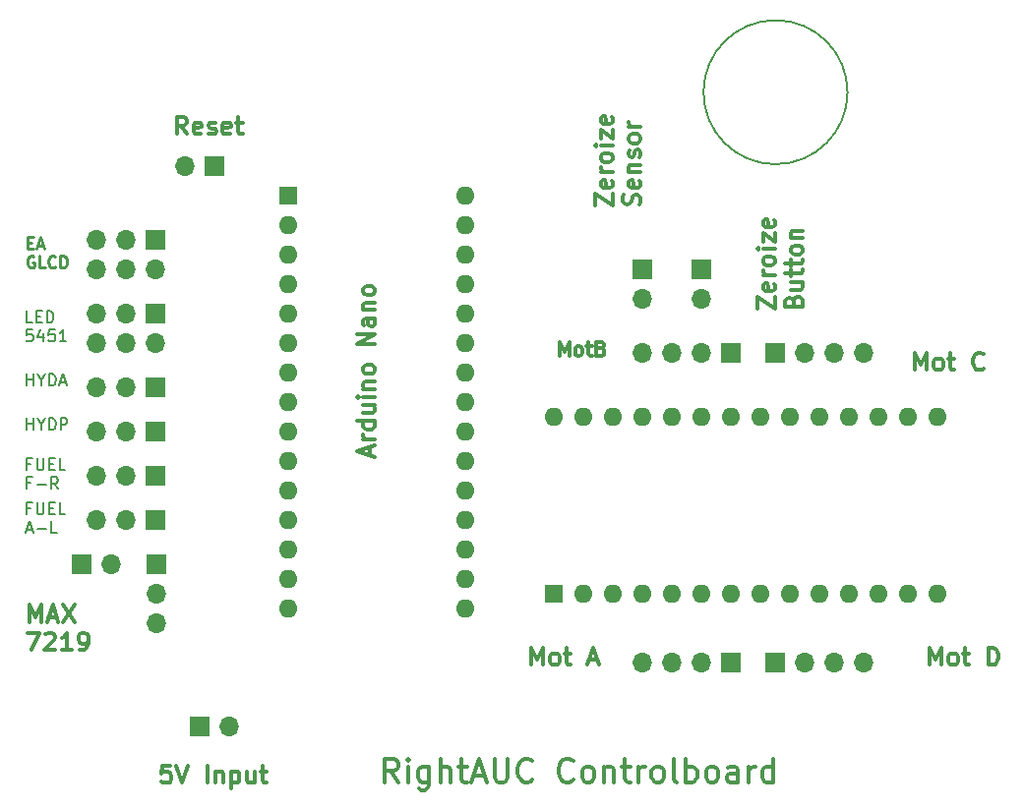
<source format=gbr>
%TF.GenerationSoftware,KiCad,Pcbnew,7.0.5-7.0.5~ubuntu20.04.1*%
%TF.CreationDate,2023-06-15T16:21:27+02:00*%
%TF.ProjectId,nanoRIghtAux,6e616e6f-5249-4676-9874-4175782e6b69,rev?*%
%TF.SameCoordinates,Original*%
%TF.FileFunction,Copper,L1,Top*%
%TF.FilePolarity,Positive*%
%FSLAX46Y46*%
G04 Gerber Fmt 4.6, Leading zero omitted, Abs format (unit mm)*
G04 Created by KiCad (PCBNEW 7.0.5-7.0.5~ubuntu20.04.1) date 2023-06-15 16:21:27*
%MOMM*%
%LPD*%
G01*
G04 APERTURE LIST*
%TA.AperFunction,NonConductor*%
%ADD10C,0.200000*%
%TD*%
%ADD11C,0.300000*%
%TA.AperFunction,NonConductor*%
%ADD12C,0.300000*%
%TD*%
%ADD13C,0.150000*%
%TA.AperFunction,NonConductor*%
%ADD14C,0.150000*%
%TD*%
%ADD15C,0.250000*%
%TA.AperFunction,NonConductor*%
%ADD16C,0.250000*%
%TD*%
%TA.AperFunction,ComponentPad*%
%ADD17R,1.700000X1.700000*%
%TD*%
%TA.AperFunction,ComponentPad*%
%ADD18O,1.700000X1.700000*%
%TD*%
%TA.AperFunction,ComponentPad*%
%ADD19R,1.600000X1.600000*%
%TD*%
%TA.AperFunction,ComponentPad*%
%ADD20O,1.600000X1.600000*%
%TD*%
G04 APERTURE END LIST*
D10*
X206860000Y-68580000D02*
G75*
G03*
X206860000Y-68580000I-6200000J0D01*
G01*
D11*
D12*
X179624510Y-117910828D02*
X179624510Y-116410828D01*
X179624510Y-116410828D02*
X180124510Y-117482257D01*
X180124510Y-117482257D02*
X180624510Y-116410828D01*
X180624510Y-116410828D02*
X180624510Y-117910828D01*
X181553082Y-117910828D02*
X181410225Y-117839400D01*
X181410225Y-117839400D02*
X181338796Y-117767971D01*
X181338796Y-117767971D02*
X181267368Y-117625114D01*
X181267368Y-117625114D02*
X181267368Y-117196542D01*
X181267368Y-117196542D02*
X181338796Y-117053685D01*
X181338796Y-117053685D02*
X181410225Y-116982257D01*
X181410225Y-116982257D02*
X181553082Y-116910828D01*
X181553082Y-116910828D02*
X181767368Y-116910828D01*
X181767368Y-116910828D02*
X181910225Y-116982257D01*
X181910225Y-116982257D02*
X181981654Y-117053685D01*
X181981654Y-117053685D02*
X182053082Y-117196542D01*
X182053082Y-117196542D02*
X182053082Y-117625114D01*
X182053082Y-117625114D02*
X181981654Y-117767971D01*
X181981654Y-117767971D02*
X181910225Y-117839400D01*
X181910225Y-117839400D02*
X181767368Y-117910828D01*
X181767368Y-117910828D02*
X181553082Y-117910828D01*
X182481654Y-116910828D02*
X183053082Y-116910828D01*
X182695939Y-116410828D02*
X182695939Y-117696542D01*
X182695939Y-117696542D02*
X182767368Y-117839400D01*
X182767368Y-117839400D02*
X182910225Y-117910828D01*
X182910225Y-117910828D02*
X183053082Y-117910828D01*
X184624511Y-117482257D02*
X185338797Y-117482257D01*
X184481654Y-117910828D02*
X184981654Y-116410828D01*
X184981654Y-116410828D02*
X185481654Y-117910828D01*
D11*
D12*
X213914510Y-117910828D02*
X213914510Y-116410828D01*
X213914510Y-116410828D02*
X214414510Y-117482257D01*
X214414510Y-117482257D02*
X214914510Y-116410828D01*
X214914510Y-116410828D02*
X214914510Y-117910828D01*
X215843082Y-117910828D02*
X215700225Y-117839400D01*
X215700225Y-117839400D02*
X215628796Y-117767971D01*
X215628796Y-117767971D02*
X215557368Y-117625114D01*
X215557368Y-117625114D02*
X215557368Y-117196542D01*
X215557368Y-117196542D02*
X215628796Y-117053685D01*
X215628796Y-117053685D02*
X215700225Y-116982257D01*
X215700225Y-116982257D02*
X215843082Y-116910828D01*
X215843082Y-116910828D02*
X216057368Y-116910828D01*
X216057368Y-116910828D02*
X216200225Y-116982257D01*
X216200225Y-116982257D02*
X216271654Y-117053685D01*
X216271654Y-117053685D02*
X216343082Y-117196542D01*
X216343082Y-117196542D02*
X216343082Y-117625114D01*
X216343082Y-117625114D02*
X216271654Y-117767971D01*
X216271654Y-117767971D02*
X216200225Y-117839400D01*
X216200225Y-117839400D02*
X216057368Y-117910828D01*
X216057368Y-117910828D02*
X215843082Y-117910828D01*
X216771654Y-116910828D02*
X217343082Y-116910828D01*
X216985939Y-116410828D02*
X216985939Y-117696542D01*
X216985939Y-117696542D02*
X217057368Y-117839400D01*
X217057368Y-117839400D02*
X217200225Y-117910828D01*
X217200225Y-117910828D02*
X217343082Y-117910828D01*
X218985939Y-117910828D02*
X218985939Y-116410828D01*
X218985939Y-116410828D02*
X219343082Y-116410828D01*
X219343082Y-116410828D02*
X219557368Y-116482257D01*
X219557368Y-116482257D02*
X219700225Y-116625114D01*
X219700225Y-116625114D02*
X219771654Y-116767971D01*
X219771654Y-116767971D02*
X219843082Y-117053685D01*
X219843082Y-117053685D02*
X219843082Y-117267971D01*
X219843082Y-117267971D02*
X219771654Y-117553685D01*
X219771654Y-117553685D02*
X219700225Y-117696542D01*
X219700225Y-117696542D02*
X219557368Y-117839400D01*
X219557368Y-117839400D02*
X219343082Y-117910828D01*
X219343082Y-117910828D02*
X218985939Y-117910828D01*
D11*
D12*
X212644510Y-92510828D02*
X212644510Y-91010828D01*
X212644510Y-91010828D02*
X213144510Y-92082257D01*
X213144510Y-92082257D02*
X213644510Y-91010828D01*
X213644510Y-91010828D02*
X213644510Y-92510828D01*
X214573082Y-92510828D02*
X214430225Y-92439400D01*
X214430225Y-92439400D02*
X214358796Y-92367971D01*
X214358796Y-92367971D02*
X214287368Y-92225114D01*
X214287368Y-92225114D02*
X214287368Y-91796542D01*
X214287368Y-91796542D02*
X214358796Y-91653685D01*
X214358796Y-91653685D02*
X214430225Y-91582257D01*
X214430225Y-91582257D02*
X214573082Y-91510828D01*
X214573082Y-91510828D02*
X214787368Y-91510828D01*
X214787368Y-91510828D02*
X214930225Y-91582257D01*
X214930225Y-91582257D02*
X215001654Y-91653685D01*
X215001654Y-91653685D02*
X215073082Y-91796542D01*
X215073082Y-91796542D02*
X215073082Y-92225114D01*
X215073082Y-92225114D02*
X215001654Y-92367971D01*
X215001654Y-92367971D02*
X214930225Y-92439400D01*
X214930225Y-92439400D02*
X214787368Y-92510828D01*
X214787368Y-92510828D02*
X214573082Y-92510828D01*
X215501654Y-91510828D02*
X216073082Y-91510828D01*
X215715939Y-91010828D02*
X215715939Y-92296542D01*
X215715939Y-92296542D02*
X215787368Y-92439400D01*
X215787368Y-92439400D02*
X215930225Y-92510828D01*
X215930225Y-92510828D02*
X216073082Y-92510828D01*
X218573082Y-92367971D02*
X218501654Y-92439400D01*
X218501654Y-92439400D02*
X218287368Y-92510828D01*
X218287368Y-92510828D02*
X218144511Y-92510828D01*
X218144511Y-92510828D02*
X217930225Y-92439400D01*
X217930225Y-92439400D02*
X217787368Y-92296542D01*
X217787368Y-92296542D02*
X217715939Y-92153685D01*
X217715939Y-92153685D02*
X217644511Y-91867971D01*
X217644511Y-91867971D02*
X217644511Y-91653685D01*
X217644511Y-91653685D02*
X217715939Y-91367971D01*
X217715939Y-91367971D02*
X217787368Y-91225114D01*
X217787368Y-91225114D02*
X217930225Y-91082257D01*
X217930225Y-91082257D02*
X218144511Y-91010828D01*
X218144511Y-91010828D02*
X218287368Y-91010828D01*
X218287368Y-91010828D02*
X218501654Y-91082257D01*
X218501654Y-91082257D02*
X218573082Y-91153685D01*
D11*
D12*
X182093082Y-91277542D02*
X182093082Y-90077542D01*
X182093082Y-90077542D02*
X182493082Y-90934685D01*
X182493082Y-90934685D02*
X182893082Y-90077542D01*
X182893082Y-90077542D02*
X182893082Y-91277542D01*
X183635939Y-91277542D02*
X183521654Y-91220400D01*
X183521654Y-91220400D02*
X183464511Y-91163257D01*
X183464511Y-91163257D02*
X183407368Y-91048971D01*
X183407368Y-91048971D02*
X183407368Y-90706114D01*
X183407368Y-90706114D02*
X183464511Y-90591828D01*
X183464511Y-90591828D02*
X183521654Y-90534685D01*
X183521654Y-90534685D02*
X183635939Y-90477542D01*
X183635939Y-90477542D02*
X183807368Y-90477542D01*
X183807368Y-90477542D02*
X183921654Y-90534685D01*
X183921654Y-90534685D02*
X183978797Y-90591828D01*
X183978797Y-90591828D02*
X184035939Y-90706114D01*
X184035939Y-90706114D02*
X184035939Y-91048971D01*
X184035939Y-91048971D02*
X183978797Y-91163257D01*
X183978797Y-91163257D02*
X183921654Y-91220400D01*
X183921654Y-91220400D02*
X183807368Y-91277542D01*
X183807368Y-91277542D02*
X183635939Y-91277542D01*
X184378796Y-90477542D02*
X184835939Y-90477542D01*
X184550225Y-90077542D02*
X184550225Y-91106114D01*
X184550225Y-91106114D02*
X184607368Y-91220400D01*
X184607368Y-91220400D02*
X184721653Y-91277542D01*
X184721653Y-91277542D02*
X184835939Y-91277542D01*
X185635939Y-90648971D02*
X185807367Y-90706114D01*
X185807367Y-90706114D02*
X185864510Y-90763257D01*
X185864510Y-90763257D02*
X185921653Y-90877542D01*
X185921653Y-90877542D02*
X185921653Y-91048971D01*
X185921653Y-91048971D02*
X185864510Y-91163257D01*
X185864510Y-91163257D02*
X185807367Y-91220400D01*
X185807367Y-91220400D02*
X185693082Y-91277542D01*
X185693082Y-91277542D02*
X185235939Y-91277542D01*
X185235939Y-91277542D02*
X185235939Y-90077542D01*
X185235939Y-90077542D02*
X185635939Y-90077542D01*
X185635939Y-90077542D02*
X185750225Y-90134685D01*
X185750225Y-90134685D02*
X185807367Y-90191828D01*
X185807367Y-90191828D02*
X185864510Y-90306114D01*
X185864510Y-90306114D02*
X185864510Y-90420400D01*
X185864510Y-90420400D02*
X185807367Y-90534685D01*
X185807367Y-90534685D02*
X185750225Y-90591828D01*
X185750225Y-90591828D02*
X185635939Y-90648971D01*
X185635939Y-90648971D02*
X185235939Y-90648971D01*
D11*
D12*
X199085828Y-87218346D02*
X199085828Y-86218346D01*
X199085828Y-86218346D02*
X200585828Y-87218346D01*
X200585828Y-87218346D02*
X200585828Y-86218346D01*
X200514400Y-85075489D02*
X200585828Y-85218346D01*
X200585828Y-85218346D02*
X200585828Y-85504061D01*
X200585828Y-85504061D02*
X200514400Y-85646918D01*
X200514400Y-85646918D02*
X200371542Y-85718346D01*
X200371542Y-85718346D02*
X199800114Y-85718346D01*
X199800114Y-85718346D02*
X199657257Y-85646918D01*
X199657257Y-85646918D02*
X199585828Y-85504061D01*
X199585828Y-85504061D02*
X199585828Y-85218346D01*
X199585828Y-85218346D02*
X199657257Y-85075489D01*
X199657257Y-85075489D02*
X199800114Y-85004061D01*
X199800114Y-85004061D02*
X199942971Y-85004061D01*
X199942971Y-85004061D02*
X200085828Y-85718346D01*
X200585828Y-84361204D02*
X199585828Y-84361204D01*
X199871542Y-84361204D02*
X199728685Y-84289775D01*
X199728685Y-84289775D02*
X199657257Y-84218347D01*
X199657257Y-84218347D02*
X199585828Y-84075489D01*
X199585828Y-84075489D02*
X199585828Y-83932632D01*
X200585828Y-83218347D02*
X200514400Y-83361204D01*
X200514400Y-83361204D02*
X200442971Y-83432633D01*
X200442971Y-83432633D02*
X200300114Y-83504061D01*
X200300114Y-83504061D02*
X199871542Y-83504061D01*
X199871542Y-83504061D02*
X199728685Y-83432633D01*
X199728685Y-83432633D02*
X199657257Y-83361204D01*
X199657257Y-83361204D02*
X199585828Y-83218347D01*
X199585828Y-83218347D02*
X199585828Y-83004061D01*
X199585828Y-83004061D02*
X199657257Y-82861204D01*
X199657257Y-82861204D02*
X199728685Y-82789776D01*
X199728685Y-82789776D02*
X199871542Y-82718347D01*
X199871542Y-82718347D02*
X200300114Y-82718347D01*
X200300114Y-82718347D02*
X200442971Y-82789776D01*
X200442971Y-82789776D02*
X200514400Y-82861204D01*
X200514400Y-82861204D02*
X200585828Y-83004061D01*
X200585828Y-83004061D02*
X200585828Y-83218347D01*
X200585828Y-82075490D02*
X199585828Y-82075490D01*
X199085828Y-82075490D02*
X199157257Y-82146918D01*
X199157257Y-82146918D02*
X199228685Y-82075490D01*
X199228685Y-82075490D02*
X199157257Y-82004061D01*
X199157257Y-82004061D02*
X199085828Y-82075490D01*
X199085828Y-82075490D02*
X199228685Y-82075490D01*
X199585828Y-81504061D02*
X199585828Y-80718347D01*
X199585828Y-80718347D02*
X200585828Y-81504061D01*
X200585828Y-81504061D02*
X200585828Y-80718347D01*
X200514400Y-79575489D02*
X200585828Y-79718346D01*
X200585828Y-79718346D02*
X200585828Y-80004061D01*
X200585828Y-80004061D02*
X200514400Y-80146918D01*
X200514400Y-80146918D02*
X200371542Y-80218346D01*
X200371542Y-80218346D02*
X199800114Y-80218346D01*
X199800114Y-80218346D02*
X199657257Y-80146918D01*
X199657257Y-80146918D02*
X199585828Y-80004061D01*
X199585828Y-80004061D02*
X199585828Y-79718346D01*
X199585828Y-79718346D02*
X199657257Y-79575489D01*
X199657257Y-79575489D02*
X199800114Y-79504061D01*
X199800114Y-79504061D02*
X199942971Y-79504061D01*
X199942971Y-79504061D02*
X200085828Y-80218346D01*
X202215114Y-86575489D02*
X202286542Y-86361203D01*
X202286542Y-86361203D02*
X202357971Y-86289774D01*
X202357971Y-86289774D02*
X202500828Y-86218346D01*
X202500828Y-86218346D02*
X202715114Y-86218346D01*
X202715114Y-86218346D02*
X202857971Y-86289774D01*
X202857971Y-86289774D02*
X202929400Y-86361203D01*
X202929400Y-86361203D02*
X203000828Y-86504060D01*
X203000828Y-86504060D02*
X203000828Y-87075489D01*
X203000828Y-87075489D02*
X201500828Y-87075489D01*
X201500828Y-87075489D02*
X201500828Y-86575489D01*
X201500828Y-86575489D02*
X201572257Y-86432632D01*
X201572257Y-86432632D02*
X201643685Y-86361203D01*
X201643685Y-86361203D02*
X201786542Y-86289774D01*
X201786542Y-86289774D02*
X201929400Y-86289774D01*
X201929400Y-86289774D02*
X202072257Y-86361203D01*
X202072257Y-86361203D02*
X202143685Y-86432632D01*
X202143685Y-86432632D02*
X202215114Y-86575489D01*
X202215114Y-86575489D02*
X202215114Y-87075489D01*
X202000828Y-84932632D02*
X203000828Y-84932632D01*
X202000828Y-85575489D02*
X202786542Y-85575489D01*
X202786542Y-85575489D02*
X202929400Y-85504060D01*
X202929400Y-85504060D02*
X203000828Y-85361203D01*
X203000828Y-85361203D02*
X203000828Y-85146917D01*
X203000828Y-85146917D02*
X202929400Y-85004060D01*
X202929400Y-85004060D02*
X202857971Y-84932632D01*
X202000828Y-84432631D02*
X202000828Y-83861203D01*
X201500828Y-84218346D02*
X202786542Y-84218346D01*
X202786542Y-84218346D02*
X202929400Y-84146917D01*
X202929400Y-84146917D02*
X203000828Y-84004060D01*
X203000828Y-84004060D02*
X203000828Y-83861203D01*
X202000828Y-83575488D02*
X202000828Y-83004060D01*
X201500828Y-83361203D02*
X202786542Y-83361203D01*
X202786542Y-83361203D02*
X202929400Y-83289774D01*
X202929400Y-83289774D02*
X203000828Y-83146917D01*
X203000828Y-83146917D02*
X203000828Y-83004060D01*
X203000828Y-82289774D02*
X202929400Y-82432631D01*
X202929400Y-82432631D02*
X202857971Y-82504060D01*
X202857971Y-82504060D02*
X202715114Y-82575488D01*
X202715114Y-82575488D02*
X202286542Y-82575488D01*
X202286542Y-82575488D02*
X202143685Y-82504060D01*
X202143685Y-82504060D02*
X202072257Y-82432631D01*
X202072257Y-82432631D02*
X202000828Y-82289774D01*
X202000828Y-82289774D02*
X202000828Y-82075488D01*
X202000828Y-82075488D02*
X202072257Y-81932631D01*
X202072257Y-81932631D02*
X202143685Y-81861203D01*
X202143685Y-81861203D02*
X202286542Y-81789774D01*
X202286542Y-81789774D02*
X202715114Y-81789774D01*
X202715114Y-81789774D02*
X202857971Y-81861203D01*
X202857971Y-81861203D02*
X202929400Y-81932631D01*
X202929400Y-81932631D02*
X203000828Y-82075488D01*
X203000828Y-82075488D02*
X203000828Y-82289774D01*
X202000828Y-81146917D02*
X203000828Y-81146917D01*
X202143685Y-81146917D02*
X202072257Y-81075488D01*
X202072257Y-81075488D02*
X202000828Y-80932631D01*
X202000828Y-80932631D02*
X202000828Y-80718345D01*
X202000828Y-80718345D02*
X202072257Y-80575488D01*
X202072257Y-80575488D02*
X202215114Y-80504060D01*
X202215114Y-80504060D02*
X203000828Y-80504060D01*
D11*
D12*
X185115828Y-78328346D02*
X185115828Y-77328346D01*
X185115828Y-77328346D02*
X186615828Y-78328346D01*
X186615828Y-78328346D02*
X186615828Y-77328346D01*
X186544400Y-76185489D02*
X186615828Y-76328346D01*
X186615828Y-76328346D02*
X186615828Y-76614061D01*
X186615828Y-76614061D02*
X186544400Y-76756918D01*
X186544400Y-76756918D02*
X186401542Y-76828346D01*
X186401542Y-76828346D02*
X185830114Y-76828346D01*
X185830114Y-76828346D02*
X185687257Y-76756918D01*
X185687257Y-76756918D02*
X185615828Y-76614061D01*
X185615828Y-76614061D02*
X185615828Y-76328346D01*
X185615828Y-76328346D02*
X185687257Y-76185489D01*
X185687257Y-76185489D02*
X185830114Y-76114061D01*
X185830114Y-76114061D02*
X185972971Y-76114061D01*
X185972971Y-76114061D02*
X186115828Y-76828346D01*
X186615828Y-75471204D02*
X185615828Y-75471204D01*
X185901542Y-75471204D02*
X185758685Y-75399775D01*
X185758685Y-75399775D02*
X185687257Y-75328347D01*
X185687257Y-75328347D02*
X185615828Y-75185489D01*
X185615828Y-75185489D02*
X185615828Y-75042632D01*
X186615828Y-74328347D02*
X186544400Y-74471204D01*
X186544400Y-74471204D02*
X186472971Y-74542633D01*
X186472971Y-74542633D02*
X186330114Y-74614061D01*
X186330114Y-74614061D02*
X185901542Y-74614061D01*
X185901542Y-74614061D02*
X185758685Y-74542633D01*
X185758685Y-74542633D02*
X185687257Y-74471204D01*
X185687257Y-74471204D02*
X185615828Y-74328347D01*
X185615828Y-74328347D02*
X185615828Y-74114061D01*
X185615828Y-74114061D02*
X185687257Y-73971204D01*
X185687257Y-73971204D02*
X185758685Y-73899776D01*
X185758685Y-73899776D02*
X185901542Y-73828347D01*
X185901542Y-73828347D02*
X186330114Y-73828347D01*
X186330114Y-73828347D02*
X186472971Y-73899776D01*
X186472971Y-73899776D02*
X186544400Y-73971204D01*
X186544400Y-73971204D02*
X186615828Y-74114061D01*
X186615828Y-74114061D02*
X186615828Y-74328347D01*
X186615828Y-73185490D02*
X185615828Y-73185490D01*
X185115828Y-73185490D02*
X185187257Y-73256918D01*
X185187257Y-73256918D02*
X185258685Y-73185490D01*
X185258685Y-73185490D02*
X185187257Y-73114061D01*
X185187257Y-73114061D02*
X185115828Y-73185490D01*
X185115828Y-73185490D02*
X185258685Y-73185490D01*
X185615828Y-72614061D02*
X185615828Y-71828347D01*
X185615828Y-71828347D02*
X186615828Y-72614061D01*
X186615828Y-72614061D02*
X186615828Y-71828347D01*
X186544400Y-70685489D02*
X186615828Y-70828346D01*
X186615828Y-70828346D02*
X186615828Y-71114061D01*
X186615828Y-71114061D02*
X186544400Y-71256918D01*
X186544400Y-71256918D02*
X186401542Y-71328346D01*
X186401542Y-71328346D02*
X185830114Y-71328346D01*
X185830114Y-71328346D02*
X185687257Y-71256918D01*
X185687257Y-71256918D02*
X185615828Y-71114061D01*
X185615828Y-71114061D02*
X185615828Y-70828346D01*
X185615828Y-70828346D02*
X185687257Y-70685489D01*
X185687257Y-70685489D02*
X185830114Y-70614061D01*
X185830114Y-70614061D02*
X185972971Y-70614061D01*
X185972971Y-70614061D02*
X186115828Y-71328346D01*
X188959400Y-78256917D02*
X189030828Y-78042632D01*
X189030828Y-78042632D02*
X189030828Y-77685489D01*
X189030828Y-77685489D02*
X188959400Y-77542632D01*
X188959400Y-77542632D02*
X188887971Y-77471203D01*
X188887971Y-77471203D02*
X188745114Y-77399774D01*
X188745114Y-77399774D02*
X188602257Y-77399774D01*
X188602257Y-77399774D02*
X188459400Y-77471203D01*
X188459400Y-77471203D02*
X188387971Y-77542632D01*
X188387971Y-77542632D02*
X188316542Y-77685489D01*
X188316542Y-77685489D02*
X188245114Y-77971203D01*
X188245114Y-77971203D02*
X188173685Y-78114060D01*
X188173685Y-78114060D02*
X188102257Y-78185489D01*
X188102257Y-78185489D02*
X187959400Y-78256917D01*
X187959400Y-78256917D02*
X187816542Y-78256917D01*
X187816542Y-78256917D02*
X187673685Y-78185489D01*
X187673685Y-78185489D02*
X187602257Y-78114060D01*
X187602257Y-78114060D02*
X187530828Y-77971203D01*
X187530828Y-77971203D02*
X187530828Y-77614060D01*
X187530828Y-77614060D02*
X187602257Y-77399774D01*
X188959400Y-76185489D02*
X189030828Y-76328346D01*
X189030828Y-76328346D02*
X189030828Y-76614061D01*
X189030828Y-76614061D02*
X188959400Y-76756918D01*
X188959400Y-76756918D02*
X188816542Y-76828346D01*
X188816542Y-76828346D02*
X188245114Y-76828346D01*
X188245114Y-76828346D02*
X188102257Y-76756918D01*
X188102257Y-76756918D02*
X188030828Y-76614061D01*
X188030828Y-76614061D02*
X188030828Y-76328346D01*
X188030828Y-76328346D02*
X188102257Y-76185489D01*
X188102257Y-76185489D02*
X188245114Y-76114061D01*
X188245114Y-76114061D02*
X188387971Y-76114061D01*
X188387971Y-76114061D02*
X188530828Y-76828346D01*
X188030828Y-75471204D02*
X189030828Y-75471204D01*
X188173685Y-75471204D02*
X188102257Y-75399775D01*
X188102257Y-75399775D02*
X188030828Y-75256918D01*
X188030828Y-75256918D02*
X188030828Y-75042632D01*
X188030828Y-75042632D02*
X188102257Y-74899775D01*
X188102257Y-74899775D02*
X188245114Y-74828347D01*
X188245114Y-74828347D02*
X189030828Y-74828347D01*
X188959400Y-74185489D02*
X189030828Y-74042632D01*
X189030828Y-74042632D02*
X189030828Y-73756918D01*
X189030828Y-73756918D02*
X188959400Y-73614061D01*
X188959400Y-73614061D02*
X188816542Y-73542632D01*
X188816542Y-73542632D02*
X188745114Y-73542632D01*
X188745114Y-73542632D02*
X188602257Y-73614061D01*
X188602257Y-73614061D02*
X188530828Y-73756918D01*
X188530828Y-73756918D02*
X188530828Y-73971204D01*
X188530828Y-73971204D02*
X188459400Y-74114061D01*
X188459400Y-74114061D02*
X188316542Y-74185489D01*
X188316542Y-74185489D02*
X188245114Y-74185489D01*
X188245114Y-74185489D02*
X188102257Y-74114061D01*
X188102257Y-74114061D02*
X188030828Y-73971204D01*
X188030828Y-73971204D02*
X188030828Y-73756918D01*
X188030828Y-73756918D02*
X188102257Y-73614061D01*
X189030828Y-72685489D02*
X188959400Y-72828346D01*
X188959400Y-72828346D02*
X188887971Y-72899775D01*
X188887971Y-72899775D02*
X188745114Y-72971203D01*
X188745114Y-72971203D02*
X188316542Y-72971203D01*
X188316542Y-72971203D02*
X188173685Y-72899775D01*
X188173685Y-72899775D02*
X188102257Y-72828346D01*
X188102257Y-72828346D02*
X188030828Y-72685489D01*
X188030828Y-72685489D02*
X188030828Y-72471203D01*
X188030828Y-72471203D02*
X188102257Y-72328346D01*
X188102257Y-72328346D02*
X188173685Y-72256918D01*
X188173685Y-72256918D02*
X188316542Y-72185489D01*
X188316542Y-72185489D02*
X188745114Y-72185489D01*
X188745114Y-72185489D02*
X188887971Y-72256918D01*
X188887971Y-72256918D02*
X188959400Y-72328346D01*
X188959400Y-72328346D02*
X189030828Y-72471203D01*
X189030828Y-72471203D02*
X189030828Y-72685489D01*
X189030828Y-71542632D02*
X188030828Y-71542632D01*
X188316542Y-71542632D02*
X188173685Y-71471203D01*
X188173685Y-71471203D02*
X188102257Y-71399775D01*
X188102257Y-71399775D02*
X188030828Y-71256917D01*
X188030828Y-71256917D02*
X188030828Y-71114060D01*
D11*
D12*
X150001653Y-72190828D02*
X149501653Y-71476542D01*
X149144510Y-72190828D02*
X149144510Y-70690828D01*
X149144510Y-70690828D02*
X149715939Y-70690828D01*
X149715939Y-70690828D02*
X149858796Y-70762257D01*
X149858796Y-70762257D02*
X149930225Y-70833685D01*
X149930225Y-70833685D02*
X150001653Y-70976542D01*
X150001653Y-70976542D02*
X150001653Y-71190828D01*
X150001653Y-71190828D02*
X149930225Y-71333685D01*
X149930225Y-71333685D02*
X149858796Y-71405114D01*
X149858796Y-71405114D02*
X149715939Y-71476542D01*
X149715939Y-71476542D02*
X149144510Y-71476542D01*
X151215939Y-72119400D02*
X151073082Y-72190828D01*
X151073082Y-72190828D02*
X150787368Y-72190828D01*
X150787368Y-72190828D02*
X150644510Y-72119400D01*
X150644510Y-72119400D02*
X150573082Y-71976542D01*
X150573082Y-71976542D02*
X150573082Y-71405114D01*
X150573082Y-71405114D02*
X150644510Y-71262257D01*
X150644510Y-71262257D02*
X150787368Y-71190828D01*
X150787368Y-71190828D02*
X151073082Y-71190828D01*
X151073082Y-71190828D02*
X151215939Y-71262257D01*
X151215939Y-71262257D02*
X151287368Y-71405114D01*
X151287368Y-71405114D02*
X151287368Y-71547971D01*
X151287368Y-71547971D02*
X150573082Y-71690828D01*
X151858796Y-72119400D02*
X152001653Y-72190828D01*
X152001653Y-72190828D02*
X152287367Y-72190828D01*
X152287367Y-72190828D02*
X152430224Y-72119400D01*
X152430224Y-72119400D02*
X152501653Y-71976542D01*
X152501653Y-71976542D02*
X152501653Y-71905114D01*
X152501653Y-71905114D02*
X152430224Y-71762257D01*
X152430224Y-71762257D02*
X152287367Y-71690828D01*
X152287367Y-71690828D02*
X152073082Y-71690828D01*
X152073082Y-71690828D02*
X151930224Y-71619400D01*
X151930224Y-71619400D02*
X151858796Y-71476542D01*
X151858796Y-71476542D02*
X151858796Y-71405114D01*
X151858796Y-71405114D02*
X151930224Y-71262257D01*
X151930224Y-71262257D02*
X152073082Y-71190828D01*
X152073082Y-71190828D02*
X152287367Y-71190828D01*
X152287367Y-71190828D02*
X152430224Y-71262257D01*
X153715939Y-72119400D02*
X153573082Y-72190828D01*
X153573082Y-72190828D02*
X153287368Y-72190828D01*
X153287368Y-72190828D02*
X153144510Y-72119400D01*
X153144510Y-72119400D02*
X153073082Y-71976542D01*
X153073082Y-71976542D02*
X153073082Y-71405114D01*
X153073082Y-71405114D02*
X153144510Y-71262257D01*
X153144510Y-71262257D02*
X153287368Y-71190828D01*
X153287368Y-71190828D02*
X153573082Y-71190828D01*
X153573082Y-71190828D02*
X153715939Y-71262257D01*
X153715939Y-71262257D02*
X153787368Y-71405114D01*
X153787368Y-71405114D02*
X153787368Y-71547971D01*
X153787368Y-71547971D02*
X153073082Y-71690828D01*
X154215939Y-71190828D02*
X154787367Y-71190828D01*
X154430224Y-70690828D02*
X154430224Y-71976542D01*
X154430224Y-71976542D02*
X154501653Y-72119400D01*
X154501653Y-72119400D02*
X154644510Y-72190828D01*
X154644510Y-72190828D02*
X154787367Y-72190828D01*
D11*
D12*
X165742257Y-99846917D02*
X165742257Y-99132632D01*
X166170828Y-99989774D02*
X164670828Y-99489774D01*
X164670828Y-99489774D02*
X166170828Y-98989774D01*
X166170828Y-98489775D02*
X165170828Y-98489775D01*
X165456542Y-98489775D02*
X165313685Y-98418346D01*
X165313685Y-98418346D02*
X165242257Y-98346918D01*
X165242257Y-98346918D02*
X165170828Y-98204060D01*
X165170828Y-98204060D02*
X165170828Y-98061203D01*
X166170828Y-96918347D02*
X164670828Y-96918347D01*
X166099400Y-96918347D02*
X166170828Y-97061204D01*
X166170828Y-97061204D02*
X166170828Y-97346918D01*
X166170828Y-97346918D02*
X166099400Y-97489775D01*
X166099400Y-97489775D02*
X166027971Y-97561204D01*
X166027971Y-97561204D02*
X165885114Y-97632632D01*
X165885114Y-97632632D02*
X165456542Y-97632632D01*
X165456542Y-97632632D02*
X165313685Y-97561204D01*
X165313685Y-97561204D02*
X165242257Y-97489775D01*
X165242257Y-97489775D02*
X165170828Y-97346918D01*
X165170828Y-97346918D02*
X165170828Y-97061204D01*
X165170828Y-97061204D02*
X165242257Y-96918347D01*
X165170828Y-95561204D02*
X166170828Y-95561204D01*
X165170828Y-96204061D02*
X165956542Y-96204061D01*
X165956542Y-96204061D02*
X166099400Y-96132632D01*
X166099400Y-96132632D02*
X166170828Y-95989775D01*
X166170828Y-95989775D02*
X166170828Y-95775489D01*
X166170828Y-95775489D02*
X166099400Y-95632632D01*
X166099400Y-95632632D02*
X166027971Y-95561204D01*
X166170828Y-94846918D02*
X165170828Y-94846918D01*
X164670828Y-94846918D02*
X164742257Y-94918346D01*
X164742257Y-94918346D02*
X164813685Y-94846918D01*
X164813685Y-94846918D02*
X164742257Y-94775489D01*
X164742257Y-94775489D02*
X164670828Y-94846918D01*
X164670828Y-94846918D02*
X164813685Y-94846918D01*
X165170828Y-94132632D02*
X166170828Y-94132632D01*
X165313685Y-94132632D02*
X165242257Y-94061203D01*
X165242257Y-94061203D02*
X165170828Y-93918346D01*
X165170828Y-93918346D02*
X165170828Y-93704060D01*
X165170828Y-93704060D02*
X165242257Y-93561203D01*
X165242257Y-93561203D02*
X165385114Y-93489775D01*
X165385114Y-93489775D02*
X166170828Y-93489775D01*
X166170828Y-92561203D02*
X166099400Y-92704060D01*
X166099400Y-92704060D02*
X166027971Y-92775489D01*
X166027971Y-92775489D02*
X165885114Y-92846917D01*
X165885114Y-92846917D02*
X165456542Y-92846917D01*
X165456542Y-92846917D02*
X165313685Y-92775489D01*
X165313685Y-92775489D02*
X165242257Y-92704060D01*
X165242257Y-92704060D02*
X165170828Y-92561203D01*
X165170828Y-92561203D02*
X165170828Y-92346917D01*
X165170828Y-92346917D02*
X165242257Y-92204060D01*
X165242257Y-92204060D02*
X165313685Y-92132632D01*
X165313685Y-92132632D02*
X165456542Y-92061203D01*
X165456542Y-92061203D02*
X165885114Y-92061203D01*
X165885114Y-92061203D02*
X166027971Y-92132632D01*
X166027971Y-92132632D02*
X166099400Y-92204060D01*
X166099400Y-92204060D02*
X166170828Y-92346917D01*
X166170828Y-92346917D02*
X166170828Y-92561203D01*
X166170828Y-90275489D02*
X164670828Y-90275489D01*
X164670828Y-90275489D02*
X166170828Y-89418346D01*
X166170828Y-89418346D02*
X164670828Y-89418346D01*
X166170828Y-88061203D02*
X165385114Y-88061203D01*
X165385114Y-88061203D02*
X165242257Y-88132631D01*
X165242257Y-88132631D02*
X165170828Y-88275488D01*
X165170828Y-88275488D02*
X165170828Y-88561203D01*
X165170828Y-88561203D02*
X165242257Y-88704060D01*
X166099400Y-88061203D02*
X166170828Y-88204060D01*
X166170828Y-88204060D02*
X166170828Y-88561203D01*
X166170828Y-88561203D02*
X166099400Y-88704060D01*
X166099400Y-88704060D02*
X165956542Y-88775488D01*
X165956542Y-88775488D02*
X165813685Y-88775488D01*
X165813685Y-88775488D02*
X165670828Y-88704060D01*
X165670828Y-88704060D02*
X165599400Y-88561203D01*
X165599400Y-88561203D02*
X165599400Y-88204060D01*
X165599400Y-88204060D02*
X165527971Y-88061203D01*
X165170828Y-87346917D02*
X166170828Y-87346917D01*
X165313685Y-87346917D02*
X165242257Y-87275488D01*
X165242257Y-87275488D02*
X165170828Y-87132631D01*
X165170828Y-87132631D02*
X165170828Y-86918345D01*
X165170828Y-86918345D02*
X165242257Y-86775488D01*
X165242257Y-86775488D02*
X165385114Y-86704060D01*
X165385114Y-86704060D02*
X166170828Y-86704060D01*
X166170828Y-85775488D02*
X166099400Y-85918345D01*
X166099400Y-85918345D02*
X166027971Y-85989774D01*
X166027971Y-85989774D02*
X165885114Y-86061202D01*
X165885114Y-86061202D02*
X165456542Y-86061202D01*
X165456542Y-86061202D02*
X165313685Y-85989774D01*
X165313685Y-85989774D02*
X165242257Y-85918345D01*
X165242257Y-85918345D02*
X165170828Y-85775488D01*
X165170828Y-85775488D02*
X165170828Y-85561202D01*
X165170828Y-85561202D02*
X165242257Y-85418345D01*
X165242257Y-85418345D02*
X165313685Y-85346917D01*
X165313685Y-85346917D02*
X165456542Y-85275488D01*
X165456542Y-85275488D02*
X165885114Y-85275488D01*
X165885114Y-85275488D02*
X166027971Y-85346917D01*
X166027971Y-85346917D02*
X166099400Y-85418345D01*
X166099400Y-85418345D02*
X166170828Y-85561202D01*
X166170828Y-85561202D02*
X166170828Y-85775488D01*
D11*
D12*
X148588796Y-126570828D02*
X147874510Y-126570828D01*
X147874510Y-126570828D02*
X147803082Y-127285114D01*
X147803082Y-127285114D02*
X147874510Y-127213685D01*
X147874510Y-127213685D02*
X148017368Y-127142257D01*
X148017368Y-127142257D02*
X148374510Y-127142257D01*
X148374510Y-127142257D02*
X148517368Y-127213685D01*
X148517368Y-127213685D02*
X148588796Y-127285114D01*
X148588796Y-127285114D02*
X148660225Y-127427971D01*
X148660225Y-127427971D02*
X148660225Y-127785114D01*
X148660225Y-127785114D02*
X148588796Y-127927971D01*
X148588796Y-127927971D02*
X148517368Y-127999400D01*
X148517368Y-127999400D02*
X148374510Y-128070828D01*
X148374510Y-128070828D02*
X148017368Y-128070828D01*
X148017368Y-128070828D02*
X147874510Y-127999400D01*
X147874510Y-127999400D02*
X147803082Y-127927971D01*
X149088796Y-126570828D02*
X149588796Y-128070828D01*
X149588796Y-128070828D02*
X150088796Y-126570828D01*
X151731652Y-128070828D02*
X151731652Y-126570828D01*
X152445938Y-127070828D02*
X152445938Y-128070828D01*
X152445938Y-127213685D02*
X152517367Y-127142257D01*
X152517367Y-127142257D02*
X152660224Y-127070828D01*
X152660224Y-127070828D02*
X152874510Y-127070828D01*
X152874510Y-127070828D02*
X153017367Y-127142257D01*
X153017367Y-127142257D02*
X153088796Y-127285114D01*
X153088796Y-127285114D02*
X153088796Y-128070828D01*
X153803081Y-127070828D02*
X153803081Y-128570828D01*
X153803081Y-127142257D02*
X153945939Y-127070828D01*
X153945939Y-127070828D02*
X154231653Y-127070828D01*
X154231653Y-127070828D02*
X154374510Y-127142257D01*
X154374510Y-127142257D02*
X154445939Y-127213685D01*
X154445939Y-127213685D02*
X154517367Y-127356542D01*
X154517367Y-127356542D02*
X154517367Y-127785114D01*
X154517367Y-127785114D02*
X154445939Y-127927971D01*
X154445939Y-127927971D02*
X154374510Y-127999400D01*
X154374510Y-127999400D02*
X154231653Y-128070828D01*
X154231653Y-128070828D02*
X153945939Y-128070828D01*
X153945939Y-128070828D02*
X153803081Y-127999400D01*
X155803082Y-127070828D02*
X155803082Y-128070828D01*
X155160224Y-127070828D02*
X155160224Y-127856542D01*
X155160224Y-127856542D02*
X155231653Y-127999400D01*
X155231653Y-127999400D02*
X155374510Y-128070828D01*
X155374510Y-128070828D02*
X155588796Y-128070828D01*
X155588796Y-128070828D02*
X155731653Y-127999400D01*
X155731653Y-127999400D02*
X155803082Y-127927971D01*
X156303082Y-127070828D02*
X156874510Y-127070828D01*
X156517367Y-126570828D02*
X156517367Y-127856542D01*
X156517367Y-127856542D02*
X156588796Y-127999400D01*
X156588796Y-127999400D02*
X156731653Y-128070828D01*
X156731653Y-128070828D02*
X156874510Y-128070828D01*
D11*
D12*
X136444510Y-114225828D02*
X136444510Y-112725828D01*
X136444510Y-112725828D02*
X136944510Y-113797257D01*
X136944510Y-113797257D02*
X137444510Y-112725828D01*
X137444510Y-112725828D02*
X137444510Y-114225828D01*
X138087368Y-113797257D02*
X138801654Y-113797257D01*
X137944511Y-114225828D02*
X138444511Y-112725828D01*
X138444511Y-112725828D02*
X138944511Y-114225828D01*
X139301653Y-112725828D02*
X140301653Y-114225828D01*
X140301653Y-112725828D02*
X139301653Y-114225828D01*
X136301653Y-115140828D02*
X137301653Y-115140828D01*
X137301653Y-115140828D02*
X136658796Y-116640828D01*
X137801653Y-115283685D02*
X137873081Y-115212257D01*
X137873081Y-115212257D02*
X138015939Y-115140828D01*
X138015939Y-115140828D02*
X138373081Y-115140828D01*
X138373081Y-115140828D02*
X138515939Y-115212257D01*
X138515939Y-115212257D02*
X138587367Y-115283685D01*
X138587367Y-115283685D02*
X138658796Y-115426542D01*
X138658796Y-115426542D02*
X138658796Y-115569400D01*
X138658796Y-115569400D02*
X138587367Y-115783685D01*
X138587367Y-115783685D02*
X137730224Y-116640828D01*
X137730224Y-116640828D02*
X138658796Y-116640828D01*
X140087367Y-116640828D02*
X139230224Y-116640828D01*
X139658795Y-116640828D02*
X139658795Y-115140828D01*
X139658795Y-115140828D02*
X139515938Y-115355114D01*
X139515938Y-115355114D02*
X139373081Y-115497971D01*
X139373081Y-115497971D02*
X139230224Y-115569400D01*
X140801652Y-116640828D02*
X141087366Y-116640828D01*
X141087366Y-116640828D02*
X141230223Y-116569400D01*
X141230223Y-116569400D02*
X141301652Y-116497971D01*
X141301652Y-116497971D02*
X141444509Y-116283685D01*
X141444509Y-116283685D02*
X141515938Y-115997971D01*
X141515938Y-115997971D02*
X141515938Y-115426542D01*
X141515938Y-115426542D02*
X141444509Y-115283685D01*
X141444509Y-115283685D02*
X141373081Y-115212257D01*
X141373081Y-115212257D02*
X141230223Y-115140828D01*
X141230223Y-115140828D02*
X140944509Y-115140828D01*
X140944509Y-115140828D02*
X140801652Y-115212257D01*
X140801652Y-115212257D02*
X140730223Y-115283685D01*
X140730223Y-115283685D02*
X140658795Y-115426542D01*
X140658795Y-115426542D02*
X140658795Y-115783685D01*
X140658795Y-115783685D02*
X140730223Y-115926542D01*
X140730223Y-115926542D02*
X140801652Y-115997971D01*
X140801652Y-115997971D02*
X140944509Y-116069400D01*
X140944509Y-116069400D02*
X141230223Y-116069400D01*
X141230223Y-116069400D02*
X141373081Y-115997971D01*
X141373081Y-115997971D02*
X141444509Y-115926542D01*
X141444509Y-115926542D02*
X141515938Y-115783685D01*
D13*
D14*
X136560112Y-104416009D02*
X136226779Y-104416009D01*
X136226779Y-104939819D02*
X136226779Y-103939819D01*
X136226779Y-103939819D02*
X136702969Y-103939819D01*
X137083922Y-103939819D02*
X137083922Y-104749342D01*
X137083922Y-104749342D02*
X137131541Y-104844580D01*
X137131541Y-104844580D02*
X137179160Y-104892200D01*
X137179160Y-104892200D02*
X137274398Y-104939819D01*
X137274398Y-104939819D02*
X137464874Y-104939819D01*
X137464874Y-104939819D02*
X137560112Y-104892200D01*
X137560112Y-104892200D02*
X137607731Y-104844580D01*
X137607731Y-104844580D02*
X137655350Y-104749342D01*
X137655350Y-104749342D02*
X137655350Y-103939819D01*
X138131541Y-104416009D02*
X138464874Y-104416009D01*
X138607731Y-104939819D02*
X138131541Y-104939819D01*
X138131541Y-104939819D02*
X138131541Y-103939819D01*
X138131541Y-103939819D02*
X138607731Y-103939819D01*
X139512493Y-104939819D02*
X139036303Y-104939819D01*
X139036303Y-104939819D02*
X139036303Y-103939819D01*
X136179160Y-106264104D02*
X136655350Y-106264104D01*
X136083922Y-106549819D02*
X136417255Y-105549819D01*
X136417255Y-105549819D02*
X136750588Y-106549819D01*
X137083922Y-106168866D02*
X137845827Y-106168866D01*
X138798207Y-106549819D02*
X138322017Y-106549819D01*
X138322017Y-106549819D02*
X138322017Y-105549819D01*
D13*
D14*
X136560112Y-100606009D02*
X136226779Y-100606009D01*
X136226779Y-101129819D02*
X136226779Y-100129819D01*
X136226779Y-100129819D02*
X136702969Y-100129819D01*
X137083922Y-100129819D02*
X137083922Y-100939342D01*
X137083922Y-100939342D02*
X137131541Y-101034580D01*
X137131541Y-101034580D02*
X137179160Y-101082200D01*
X137179160Y-101082200D02*
X137274398Y-101129819D01*
X137274398Y-101129819D02*
X137464874Y-101129819D01*
X137464874Y-101129819D02*
X137560112Y-101082200D01*
X137560112Y-101082200D02*
X137607731Y-101034580D01*
X137607731Y-101034580D02*
X137655350Y-100939342D01*
X137655350Y-100939342D02*
X137655350Y-100129819D01*
X138131541Y-100606009D02*
X138464874Y-100606009D01*
X138607731Y-101129819D02*
X138131541Y-101129819D01*
X138131541Y-101129819D02*
X138131541Y-100129819D01*
X138131541Y-100129819D02*
X138607731Y-100129819D01*
X139512493Y-101129819D02*
X139036303Y-101129819D01*
X139036303Y-101129819D02*
X139036303Y-100129819D01*
X136560112Y-102216009D02*
X136226779Y-102216009D01*
X136226779Y-102739819D02*
X136226779Y-101739819D01*
X136226779Y-101739819D02*
X136702969Y-101739819D01*
X137083922Y-102358866D02*
X137845827Y-102358866D01*
X138893445Y-102739819D02*
X138560112Y-102263628D01*
X138322017Y-102739819D02*
X138322017Y-101739819D01*
X138322017Y-101739819D02*
X138702969Y-101739819D01*
X138702969Y-101739819D02*
X138798207Y-101787438D01*
X138798207Y-101787438D02*
X138845826Y-101835057D01*
X138845826Y-101835057D02*
X138893445Y-101930295D01*
X138893445Y-101930295D02*
X138893445Y-102073152D01*
X138893445Y-102073152D02*
X138845826Y-102168390D01*
X138845826Y-102168390D02*
X138798207Y-102216009D01*
X138798207Y-102216009D02*
X138702969Y-102263628D01*
X138702969Y-102263628D02*
X138322017Y-102263628D01*
D13*
D14*
X136226779Y-97659819D02*
X136226779Y-96659819D01*
X136226779Y-97136009D02*
X136798207Y-97136009D01*
X136798207Y-97659819D02*
X136798207Y-96659819D01*
X137464874Y-97183628D02*
X137464874Y-97659819D01*
X137131541Y-96659819D02*
X137464874Y-97183628D01*
X137464874Y-97183628D02*
X137798207Y-96659819D01*
X138131541Y-97659819D02*
X138131541Y-96659819D01*
X138131541Y-96659819D02*
X138369636Y-96659819D01*
X138369636Y-96659819D02*
X138512493Y-96707438D01*
X138512493Y-96707438D02*
X138607731Y-96802676D01*
X138607731Y-96802676D02*
X138655350Y-96897914D01*
X138655350Y-96897914D02*
X138702969Y-97088390D01*
X138702969Y-97088390D02*
X138702969Y-97231247D01*
X138702969Y-97231247D02*
X138655350Y-97421723D01*
X138655350Y-97421723D02*
X138607731Y-97516961D01*
X138607731Y-97516961D02*
X138512493Y-97612200D01*
X138512493Y-97612200D02*
X138369636Y-97659819D01*
X138369636Y-97659819D02*
X138131541Y-97659819D01*
X139131541Y-97659819D02*
X139131541Y-96659819D01*
X139131541Y-96659819D02*
X139512493Y-96659819D01*
X139512493Y-96659819D02*
X139607731Y-96707438D01*
X139607731Y-96707438D02*
X139655350Y-96755057D01*
X139655350Y-96755057D02*
X139702969Y-96850295D01*
X139702969Y-96850295D02*
X139702969Y-96993152D01*
X139702969Y-96993152D02*
X139655350Y-97088390D01*
X139655350Y-97088390D02*
X139607731Y-97136009D01*
X139607731Y-97136009D02*
X139512493Y-97183628D01*
X139512493Y-97183628D02*
X139131541Y-97183628D01*
D13*
D14*
X136226779Y-93849819D02*
X136226779Y-92849819D01*
X136226779Y-93326009D02*
X136798207Y-93326009D01*
X136798207Y-93849819D02*
X136798207Y-92849819D01*
X137464874Y-93373628D02*
X137464874Y-93849819D01*
X137131541Y-92849819D02*
X137464874Y-93373628D01*
X137464874Y-93373628D02*
X137798207Y-92849819D01*
X138131541Y-93849819D02*
X138131541Y-92849819D01*
X138131541Y-92849819D02*
X138369636Y-92849819D01*
X138369636Y-92849819D02*
X138512493Y-92897438D01*
X138512493Y-92897438D02*
X138607731Y-92992676D01*
X138607731Y-92992676D02*
X138655350Y-93087914D01*
X138655350Y-93087914D02*
X138702969Y-93278390D01*
X138702969Y-93278390D02*
X138702969Y-93421247D01*
X138702969Y-93421247D02*
X138655350Y-93611723D01*
X138655350Y-93611723D02*
X138607731Y-93706961D01*
X138607731Y-93706961D02*
X138512493Y-93802200D01*
X138512493Y-93802200D02*
X138369636Y-93849819D01*
X138369636Y-93849819D02*
X138131541Y-93849819D01*
X139083922Y-93564104D02*
X139560112Y-93564104D01*
X138988684Y-93849819D02*
X139322017Y-92849819D01*
X139322017Y-92849819D02*
X139655350Y-93849819D01*
D13*
D14*
X136702969Y-88429819D02*
X136226779Y-88429819D01*
X136226779Y-88429819D02*
X136226779Y-87429819D01*
X137036303Y-87906009D02*
X137369636Y-87906009D01*
X137512493Y-88429819D02*
X137036303Y-88429819D01*
X137036303Y-88429819D02*
X137036303Y-87429819D01*
X137036303Y-87429819D02*
X137512493Y-87429819D01*
X137941065Y-88429819D02*
X137941065Y-87429819D01*
X137941065Y-87429819D02*
X138179160Y-87429819D01*
X138179160Y-87429819D02*
X138322017Y-87477438D01*
X138322017Y-87477438D02*
X138417255Y-87572676D01*
X138417255Y-87572676D02*
X138464874Y-87667914D01*
X138464874Y-87667914D02*
X138512493Y-87858390D01*
X138512493Y-87858390D02*
X138512493Y-88001247D01*
X138512493Y-88001247D02*
X138464874Y-88191723D01*
X138464874Y-88191723D02*
X138417255Y-88286961D01*
X138417255Y-88286961D02*
X138322017Y-88382200D01*
X138322017Y-88382200D02*
X138179160Y-88429819D01*
X138179160Y-88429819D02*
X137941065Y-88429819D01*
X136702969Y-89039819D02*
X136226779Y-89039819D01*
X136226779Y-89039819D02*
X136179160Y-89516009D01*
X136179160Y-89516009D02*
X136226779Y-89468390D01*
X136226779Y-89468390D02*
X136322017Y-89420771D01*
X136322017Y-89420771D02*
X136560112Y-89420771D01*
X136560112Y-89420771D02*
X136655350Y-89468390D01*
X136655350Y-89468390D02*
X136702969Y-89516009D01*
X136702969Y-89516009D02*
X136750588Y-89611247D01*
X136750588Y-89611247D02*
X136750588Y-89849342D01*
X136750588Y-89849342D02*
X136702969Y-89944580D01*
X136702969Y-89944580D02*
X136655350Y-89992200D01*
X136655350Y-89992200D02*
X136560112Y-90039819D01*
X136560112Y-90039819D02*
X136322017Y-90039819D01*
X136322017Y-90039819D02*
X136226779Y-89992200D01*
X136226779Y-89992200D02*
X136179160Y-89944580D01*
X137607731Y-89373152D02*
X137607731Y-90039819D01*
X137369636Y-88992200D02*
X137131541Y-89706485D01*
X137131541Y-89706485D02*
X137750588Y-89706485D01*
X138607731Y-89039819D02*
X138131541Y-89039819D01*
X138131541Y-89039819D02*
X138083922Y-89516009D01*
X138083922Y-89516009D02*
X138131541Y-89468390D01*
X138131541Y-89468390D02*
X138226779Y-89420771D01*
X138226779Y-89420771D02*
X138464874Y-89420771D01*
X138464874Y-89420771D02*
X138560112Y-89468390D01*
X138560112Y-89468390D02*
X138607731Y-89516009D01*
X138607731Y-89516009D02*
X138655350Y-89611247D01*
X138655350Y-89611247D02*
X138655350Y-89849342D01*
X138655350Y-89849342D02*
X138607731Y-89944580D01*
X138607731Y-89944580D02*
X138560112Y-89992200D01*
X138560112Y-89992200D02*
X138464874Y-90039819D01*
X138464874Y-90039819D02*
X138226779Y-90039819D01*
X138226779Y-90039819D02*
X138131541Y-89992200D01*
X138131541Y-89992200D02*
X138083922Y-89944580D01*
X139607731Y-90039819D02*
X139036303Y-90039819D01*
X139322017Y-90039819D02*
X139322017Y-89039819D01*
X139322017Y-89039819D02*
X139226779Y-89182676D01*
X139226779Y-89182676D02*
X139131541Y-89277914D01*
X139131541Y-89277914D02*
X139036303Y-89325533D01*
D15*
D16*
X136292568Y-81550809D02*
X136625901Y-81550809D01*
X136768758Y-82074619D02*
X136292568Y-82074619D01*
X136292568Y-82074619D02*
X136292568Y-81074619D01*
X136292568Y-81074619D02*
X136768758Y-81074619D01*
X137149711Y-81788904D02*
X137625901Y-81788904D01*
X137054473Y-82074619D02*
X137387806Y-81074619D01*
X137387806Y-81074619D02*
X137721139Y-82074619D01*
X136816377Y-82732238D02*
X136721139Y-82684619D01*
X136721139Y-82684619D02*
X136578282Y-82684619D01*
X136578282Y-82684619D02*
X136435425Y-82732238D01*
X136435425Y-82732238D02*
X136340187Y-82827476D01*
X136340187Y-82827476D02*
X136292568Y-82922714D01*
X136292568Y-82922714D02*
X136244949Y-83113190D01*
X136244949Y-83113190D02*
X136244949Y-83256047D01*
X136244949Y-83256047D02*
X136292568Y-83446523D01*
X136292568Y-83446523D02*
X136340187Y-83541761D01*
X136340187Y-83541761D02*
X136435425Y-83637000D01*
X136435425Y-83637000D02*
X136578282Y-83684619D01*
X136578282Y-83684619D02*
X136673520Y-83684619D01*
X136673520Y-83684619D02*
X136816377Y-83637000D01*
X136816377Y-83637000D02*
X136863996Y-83589380D01*
X136863996Y-83589380D02*
X136863996Y-83256047D01*
X136863996Y-83256047D02*
X136673520Y-83256047D01*
X137768758Y-83684619D02*
X137292568Y-83684619D01*
X137292568Y-83684619D02*
X137292568Y-82684619D01*
X138673520Y-83589380D02*
X138625901Y-83637000D01*
X138625901Y-83637000D02*
X138483044Y-83684619D01*
X138483044Y-83684619D02*
X138387806Y-83684619D01*
X138387806Y-83684619D02*
X138244949Y-83637000D01*
X138244949Y-83637000D02*
X138149711Y-83541761D01*
X138149711Y-83541761D02*
X138102092Y-83446523D01*
X138102092Y-83446523D02*
X138054473Y-83256047D01*
X138054473Y-83256047D02*
X138054473Y-83113190D01*
X138054473Y-83113190D02*
X138102092Y-82922714D01*
X138102092Y-82922714D02*
X138149711Y-82827476D01*
X138149711Y-82827476D02*
X138244949Y-82732238D01*
X138244949Y-82732238D02*
X138387806Y-82684619D01*
X138387806Y-82684619D02*
X138483044Y-82684619D01*
X138483044Y-82684619D02*
X138625901Y-82732238D01*
X138625901Y-82732238D02*
X138673520Y-82779857D01*
X139102092Y-83684619D02*
X139102092Y-82684619D01*
X139102092Y-82684619D02*
X139340187Y-82684619D01*
X139340187Y-82684619D02*
X139483044Y-82732238D01*
X139483044Y-82732238D02*
X139578282Y-82827476D01*
X139578282Y-82827476D02*
X139625901Y-82922714D01*
X139625901Y-82922714D02*
X139673520Y-83113190D01*
X139673520Y-83113190D02*
X139673520Y-83256047D01*
X139673520Y-83256047D02*
X139625901Y-83446523D01*
X139625901Y-83446523D02*
X139578282Y-83541761D01*
X139578282Y-83541761D02*
X139483044Y-83637000D01*
X139483044Y-83637000D02*
X139340187Y-83684619D01*
X139340187Y-83684619D02*
X139102092Y-83684619D01*
D11*
D12*
X168186415Y-128009638D02*
X167519748Y-127057257D01*
X167043558Y-128009638D02*
X167043558Y-126009638D01*
X167043558Y-126009638D02*
X167805463Y-126009638D01*
X167805463Y-126009638D02*
X167995939Y-126104876D01*
X167995939Y-126104876D02*
X168091177Y-126200114D01*
X168091177Y-126200114D02*
X168186415Y-126390590D01*
X168186415Y-126390590D02*
X168186415Y-126676304D01*
X168186415Y-126676304D02*
X168091177Y-126866780D01*
X168091177Y-126866780D02*
X167995939Y-126962019D01*
X167995939Y-126962019D02*
X167805463Y-127057257D01*
X167805463Y-127057257D02*
X167043558Y-127057257D01*
X169043558Y-128009638D02*
X169043558Y-126676304D01*
X169043558Y-126009638D02*
X168948320Y-126104876D01*
X168948320Y-126104876D02*
X169043558Y-126200114D01*
X169043558Y-126200114D02*
X169138796Y-126104876D01*
X169138796Y-126104876D02*
X169043558Y-126009638D01*
X169043558Y-126009638D02*
X169043558Y-126200114D01*
X170853082Y-126676304D02*
X170853082Y-128295352D01*
X170853082Y-128295352D02*
X170757844Y-128485828D01*
X170757844Y-128485828D02*
X170662606Y-128581066D01*
X170662606Y-128581066D02*
X170472129Y-128676304D01*
X170472129Y-128676304D02*
X170186415Y-128676304D01*
X170186415Y-128676304D02*
X169995939Y-128581066D01*
X170853082Y-127914400D02*
X170662606Y-128009638D01*
X170662606Y-128009638D02*
X170281653Y-128009638D01*
X170281653Y-128009638D02*
X170091177Y-127914400D01*
X170091177Y-127914400D02*
X169995939Y-127819161D01*
X169995939Y-127819161D02*
X169900701Y-127628685D01*
X169900701Y-127628685D02*
X169900701Y-127057257D01*
X169900701Y-127057257D02*
X169995939Y-126866780D01*
X169995939Y-126866780D02*
X170091177Y-126771542D01*
X170091177Y-126771542D02*
X170281653Y-126676304D01*
X170281653Y-126676304D02*
X170662606Y-126676304D01*
X170662606Y-126676304D02*
X170853082Y-126771542D01*
X171805463Y-128009638D02*
X171805463Y-126009638D01*
X172662606Y-128009638D02*
X172662606Y-126962019D01*
X172662606Y-126962019D02*
X172567368Y-126771542D01*
X172567368Y-126771542D02*
X172376892Y-126676304D01*
X172376892Y-126676304D02*
X172091177Y-126676304D01*
X172091177Y-126676304D02*
X171900701Y-126771542D01*
X171900701Y-126771542D02*
X171805463Y-126866780D01*
X173329273Y-126676304D02*
X174091177Y-126676304D01*
X173614987Y-126009638D02*
X173614987Y-127723923D01*
X173614987Y-127723923D02*
X173710225Y-127914400D01*
X173710225Y-127914400D02*
X173900701Y-128009638D01*
X173900701Y-128009638D02*
X174091177Y-128009638D01*
X174662606Y-127438209D02*
X175614987Y-127438209D01*
X174472130Y-128009638D02*
X175138796Y-126009638D01*
X175138796Y-126009638D02*
X175805463Y-128009638D01*
X176472130Y-126009638D02*
X176472130Y-127628685D01*
X176472130Y-127628685D02*
X176567368Y-127819161D01*
X176567368Y-127819161D02*
X176662606Y-127914400D01*
X176662606Y-127914400D02*
X176853082Y-128009638D01*
X176853082Y-128009638D02*
X177234035Y-128009638D01*
X177234035Y-128009638D02*
X177424511Y-127914400D01*
X177424511Y-127914400D02*
X177519749Y-127819161D01*
X177519749Y-127819161D02*
X177614987Y-127628685D01*
X177614987Y-127628685D02*
X177614987Y-126009638D01*
X179710225Y-127819161D02*
X179614987Y-127914400D01*
X179614987Y-127914400D02*
X179329273Y-128009638D01*
X179329273Y-128009638D02*
X179138797Y-128009638D01*
X179138797Y-128009638D02*
X178853082Y-127914400D01*
X178853082Y-127914400D02*
X178662606Y-127723923D01*
X178662606Y-127723923D02*
X178567368Y-127533447D01*
X178567368Y-127533447D02*
X178472130Y-127152495D01*
X178472130Y-127152495D02*
X178472130Y-126866780D01*
X178472130Y-126866780D02*
X178567368Y-126485828D01*
X178567368Y-126485828D02*
X178662606Y-126295352D01*
X178662606Y-126295352D02*
X178853082Y-126104876D01*
X178853082Y-126104876D02*
X179138797Y-126009638D01*
X179138797Y-126009638D02*
X179329273Y-126009638D01*
X179329273Y-126009638D02*
X179614987Y-126104876D01*
X179614987Y-126104876D02*
X179710225Y-126200114D01*
X183234035Y-127819161D02*
X183138797Y-127914400D01*
X183138797Y-127914400D02*
X182853083Y-128009638D01*
X182853083Y-128009638D02*
X182662607Y-128009638D01*
X182662607Y-128009638D02*
X182376892Y-127914400D01*
X182376892Y-127914400D02*
X182186416Y-127723923D01*
X182186416Y-127723923D02*
X182091178Y-127533447D01*
X182091178Y-127533447D02*
X181995940Y-127152495D01*
X181995940Y-127152495D02*
X181995940Y-126866780D01*
X181995940Y-126866780D02*
X182091178Y-126485828D01*
X182091178Y-126485828D02*
X182186416Y-126295352D01*
X182186416Y-126295352D02*
X182376892Y-126104876D01*
X182376892Y-126104876D02*
X182662607Y-126009638D01*
X182662607Y-126009638D02*
X182853083Y-126009638D01*
X182853083Y-126009638D02*
X183138797Y-126104876D01*
X183138797Y-126104876D02*
X183234035Y-126200114D01*
X184376892Y-128009638D02*
X184186416Y-127914400D01*
X184186416Y-127914400D02*
X184091178Y-127819161D01*
X184091178Y-127819161D02*
X183995940Y-127628685D01*
X183995940Y-127628685D02*
X183995940Y-127057257D01*
X183995940Y-127057257D02*
X184091178Y-126866780D01*
X184091178Y-126866780D02*
X184186416Y-126771542D01*
X184186416Y-126771542D02*
X184376892Y-126676304D01*
X184376892Y-126676304D02*
X184662607Y-126676304D01*
X184662607Y-126676304D02*
X184853083Y-126771542D01*
X184853083Y-126771542D02*
X184948321Y-126866780D01*
X184948321Y-126866780D02*
X185043559Y-127057257D01*
X185043559Y-127057257D02*
X185043559Y-127628685D01*
X185043559Y-127628685D02*
X184948321Y-127819161D01*
X184948321Y-127819161D02*
X184853083Y-127914400D01*
X184853083Y-127914400D02*
X184662607Y-128009638D01*
X184662607Y-128009638D02*
X184376892Y-128009638D01*
X185900702Y-126676304D02*
X185900702Y-128009638D01*
X185900702Y-126866780D02*
X185995940Y-126771542D01*
X185995940Y-126771542D02*
X186186416Y-126676304D01*
X186186416Y-126676304D02*
X186472131Y-126676304D01*
X186472131Y-126676304D02*
X186662607Y-126771542D01*
X186662607Y-126771542D02*
X186757845Y-126962019D01*
X186757845Y-126962019D02*
X186757845Y-128009638D01*
X187424512Y-126676304D02*
X188186416Y-126676304D01*
X187710226Y-126009638D02*
X187710226Y-127723923D01*
X187710226Y-127723923D02*
X187805464Y-127914400D01*
X187805464Y-127914400D02*
X187995940Y-128009638D01*
X187995940Y-128009638D02*
X188186416Y-128009638D01*
X188853083Y-128009638D02*
X188853083Y-126676304D01*
X188853083Y-127057257D02*
X188948321Y-126866780D01*
X188948321Y-126866780D02*
X189043559Y-126771542D01*
X189043559Y-126771542D02*
X189234035Y-126676304D01*
X189234035Y-126676304D02*
X189424512Y-126676304D01*
X190376892Y-128009638D02*
X190186416Y-127914400D01*
X190186416Y-127914400D02*
X190091178Y-127819161D01*
X190091178Y-127819161D02*
X189995940Y-127628685D01*
X189995940Y-127628685D02*
X189995940Y-127057257D01*
X189995940Y-127057257D02*
X190091178Y-126866780D01*
X190091178Y-126866780D02*
X190186416Y-126771542D01*
X190186416Y-126771542D02*
X190376892Y-126676304D01*
X190376892Y-126676304D02*
X190662607Y-126676304D01*
X190662607Y-126676304D02*
X190853083Y-126771542D01*
X190853083Y-126771542D02*
X190948321Y-126866780D01*
X190948321Y-126866780D02*
X191043559Y-127057257D01*
X191043559Y-127057257D02*
X191043559Y-127628685D01*
X191043559Y-127628685D02*
X190948321Y-127819161D01*
X190948321Y-127819161D02*
X190853083Y-127914400D01*
X190853083Y-127914400D02*
X190662607Y-128009638D01*
X190662607Y-128009638D02*
X190376892Y-128009638D01*
X192186416Y-128009638D02*
X191995940Y-127914400D01*
X191995940Y-127914400D02*
X191900702Y-127723923D01*
X191900702Y-127723923D02*
X191900702Y-126009638D01*
X192948321Y-128009638D02*
X192948321Y-126009638D01*
X192948321Y-126771542D02*
X193138797Y-126676304D01*
X193138797Y-126676304D02*
X193519750Y-126676304D01*
X193519750Y-126676304D02*
X193710226Y-126771542D01*
X193710226Y-126771542D02*
X193805464Y-126866780D01*
X193805464Y-126866780D02*
X193900702Y-127057257D01*
X193900702Y-127057257D02*
X193900702Y-127628685D01*
X193900702Y-127628685D02*
X193805464Y-127819161D01*
X193805464Y-127819161D02*
X193710226Y-127914400D01*
X193710226Y-127914400D02*
X193519750Y-128009638D01*
X193519750Y-128009638D02*
X193138797Y-128009638D01*
X193138797Y-128009638D02*
X192948321Y-127914400D01*
X195043559Y-128009638D02*
X194853083Y-127914400D01*
X194853083Y-127914400D02*
X194757845Y-127819161D01*
X194757845Y-127819161D02*
X194662607Y-127628685D01*
X194662607Y-127628685D02*
X194662607Y-127057257D01*
X194662607Y-127057257D02*
X194757845Y-126866780D01*
X194757845Y-126866780D02*
X194853083Y-126771542D01*
X194853083Y-126771542D02*
X195043559Y-126676304D01*
X195043559Y-126676304D02*
X195329274Y-126676304D01*
X195329274Y-126676304D02*
X195519750Y-126771542D01*
X195519750Y-126771542D02*
X195614988Y-126866780D01*
X195614988Y-126866780D02*
X195710226Y-127057257D01*
X195710226Y-127057257D02*
X195710226Y-127628685D01*
X195710226Y-127628685D02*
X195614988Y-127819161D01*
X195614988Y-127819161D02*
X195519750Y-127914400D01*
X195519750Y-127914400D02*
X195329274Y-128009638D01*
X195329274Y-128009638D02*
X195043559Y-128009638D01*
X197424512Y-128009638D02*
X197424512Y-126962019D01*
X197424512Y-126962019D02*
X197329274Y-126771542D01*
X197329274Y-126771542D02*
X197138798Y-126676304D01*
X197138798Y-126676304D02*
X196757845Y-126676304D01*
X196757845Y-126676304D02*
X196567369Y-126771542D01*
X197424512Y-127914400D02*
X197234036Y-128009638D01*
X197234036Y-128009638D02*
X196757845Y-128009638D01*
X196757845Y-128009638D02*
X196567369Y-127914400D01*
X196567369Y-127914400D02*
X196472131Y-127723923D01*
X196472131Y-127723923D02*
X196472131Y-127533447D01*
X196472131Y-127533447D02*
X196567369Y-127342971D01*
X196567369Y-127342971D02*
X196757845Y-127247733D01*
X196757845Y-127247733D02*
X197234036Y-127247733D01*
X197234036Y-127247733D02*
X197424512Y-127152495D01*
X198376893Y-128009638D02*
X198376893Y-126676304D01*
X198376893Y-127057257D02*
X198472131Y-126866780D01*
X198472131Y-126866780D02*
X198567369Y-126771542D01*
X198567369Y-126771542D02*
X198757845Y-126676304D01*
X198757845Y-126676304D02*
X198948322Y-126676304D01*
X200472131Y-128009638D02*
X200472131Y-126009638D01*
X200472131Y-127914400D02*
X200281655Y-128009638D01*
X200281655Y-128009638D02*
X199900702Y-128009638D01*
X199900702Y-128009638D02*
X199710226Y-127914400D01*
X199710226Y-127914400D02*
X199614988Y-127819161D01*
X199614988Y-127819161D02*
X199519750Y-127628685D01*
X199519750Y-127628685D02*
X199519750Y-127057257D01*
X199519750Y-127057257D02*
X199614988Y-126866780D01*
X199614988Y-126866780D02*
X199710226Y-126771542D01*
X199710226Y-126771542D02*
X199900702Y-126676304D01*
X199900702Y-126676304D02*
X200281655Y-126676304D01*
X200281655Y-126676304D02*
X200472131Y-126771542D01*
D17*
%TO.P,J13,1,Pin_1*%
%TO.N,GND*%
X140970000Y-109220000D03*
D18*
%TO.P,J13,2,Pin_2*%
%TO.N,+5V*%
X143510000Y-109220000D03*
%TD*%
D17*
%TO.P,SW2,1,1*%
%TO.N,GND*%
X194310000Y-83820000D03*
D18*
%TO.P,SW2,2,2*%
%TO.N,Net-(A1-A7)*%
X194310000Y-86360000D03*
%TD*%
D17*
%TO.P,J9,1,Pin_1*%
%TO.N,Net-(J9-Pin_1)*%
X196850000Y-117680000D03*
D18*
%TO.P,J9,2,Pin_2*%
%TO.N,Net-(J9-Pin_2)*%
X194310000Y-117680000D03*
%TO.P,J9,3,Pin_3*%
%TO.N,Net-(J9-Pin_3)*%
X191770000Y-117680000D03*
%TO.P,J9,4,Pin_4*%
%TO.N,Net-(J9-Pin_4)*%
X189230000Y-117680000D03*
%TD*%
D17*
%TO.P,J11,1,Pin_1*%
%TO.N,Net-(A1-D10)*%
X147345000Y-109235000D03*
D18*
%TO.P,J11,2,Pin_2*%
%TO.N,Net-(A1-D11)*%
X147345000Y-111775000D03*
%TO.P,J11,3,Pin_3*%
%TO.N,Net-(A1-D12)*%
X147345000Y-114315000D03*
%TD*%
D17*
%TO.P,SW1,1,1*%
%TO.N,Net-(A1-~{RESET}-Pad3)*%
X152400000Y-74930000D03*
D18*
%TO.P,SW1,2,2*%
%TO.N,GND*%
X149860000Y-74930000D03*
%TD*%
D17*
%TO.P,J1,1,Pin_1*%
%TO.N,Net-(A1-D4)*%
X147320000Y-87630000D03*
D18*
%TO.P,J1,2,Pin_2*%
%TO.N,Net-(A1-D5)*%
X147320000Y-90170000D03*
%TO.P,J1,3,Pin_3*%
%TO.N,+5V*%
X144780000Y-87630000D03*
%TO.P,J1,4,Pin_4*%
X144780000Y-90170000D03*
%TO.P,J1,5,Pin_5*%
%TO.N,GND*%
X142240000Y-87630000D03*
%TO.P,J1,6,Pin_6*%
X142240000Y-90170000D03*
%TD*%
D17*
%TO.P,J2,1,Pin_1*%
%TO.N,Net-(A1-D6)*%
X147305000Y-93980000D03*
D18*
%TO.P,J2,2,Pin_2*%
%TO.N,+5V*%
X144765000Y-93980000D03*
%TO.P,J2,3,Pin_3*%
%TO.N,GND*%
X142225000Y-93980000D03*
%TD*%
D17*
%TO.P,J5,1,Pin_1*%
%TO.N,Net-(A1-D9)*%
X147305000Y-105410000D03*
D18*
%TO.P,J5,2,Pin_2*%
%TO.N,+5V*%
X144765000Y-105410000D03*
%TO.P,J5,3,Pin_3*%
%TO.N,GND*%
X142225000Y-105410000D03*
%TD*%
D17*
%TO.P,J8,1,Pin_1*%
%TO.N,Net-(J8-Pin_1)*%
X196840000Y-91010000D03*
D18*
%TO.P,J8,2,Pin_2*%
%TO.N,Net-(J8-Pin_2)*%
X194300000Y-91010000D03*
%TO.P,J8,3,Pin_3*%
%TO.N,Net-(J8-Pin_3)*%
X191760000Y-91010000D03*
%TO.P,J8,4,Pin_4*%
%TO.N,Net-(J8-Pin_4)*%
X189220000Y-91010000D03*
%TD*%
D19*
%TO.P,U3,1,Vcc*%
%TO.N,GND*%
X181610000Y-111760000D03*
D20*
%TO.P,U3,2,Dir_B*%
%TO.N,Net-(A1-A0)*%
X184150000Y-111760000D03*
%TO.P,U3,3,Step_B*%
%TO.N,Net-(A1-D13)*%
X186690000Y-111760000D03*
%TO.P,U3,4,Mot_A3*%
%TO.N,Net-(J9-Pin_4)*%
X189230000Y-111760000D03*
%TO.P,U3,5,Mot_A4*%
%TO.N,Net-(J9-Pin_3)*%
X191770000Y-111760000D03*
%TO.P,U3,6,Mot_A2*%
%TO.N,Net-(J9-Pin_2)*%
X194310000Y-111760000D03*
%TO.P,U3,7,Mot_A1*%
%TO.N,Net-(J9-Pin_1)*%
X196850000Y-111760000D03*
%TO.P,U3,8,Mot_D1*%
%TO.N,Net-(J6-Pin_1)*%
X199390000Y-111760000D03*
%TO.P,U3,9,Mot_D2*%
%TO.N,Net-(J6-Pin_2)*%
X201930000Y-111760000D03*
%TO.P,U3,10,Mot_D4*%
%TO.N,Net-(J6-Pin_3)*%
X204470000Y-111760000D03*
%TO.P,U3,11,Mot_D3*%
%TO.N,Net-(J6-Pin_4)*%
X207010000Y-111760000D03*
%TO.P,U3,12,Vss*%
%TO.N,+5V*%
X209550000Y-111760000D03*
%TO.P,U3,13,Dir_C*%
%TO.N,Net-(A1-A1)*%
X212090000Y-111760000D03*
%TO.P,U3,14,Step_C*%
%TO.N,Net-(A1-A2)*%
X214630000Y-111760000D03*
%TO.P,U3,15,Vcc*%
%TO.N,GND*%
X214630000Y-96520000D03*
%TO.P,U3,16,Dir_D*%
%TO.N,unconnected-(U3-Dir_D-Pad16)*%
X212090000Y-96520000D03*
%TO.P,U3,17,Step_D*%
%TO.N,unconnected-(U3-Step_D-Pad17)*%
X209550000Y-96520000D03*
%TO.P,U3,18,Mot_C3*%
%TO.N,Net-(J7-Pin_4)*%
X207010000Y-96520000D03*
%TO.P,U3,19,Mot_C4*%
%TO.N,Net-(J7-Pin_3)*%
X204470000Y-96520000D03*
%TO.P,U3,20,Mot_C2*%
%TO.N,Net-(J7-Pin_2)*%
X201930000Y-96520000D03*
%TO.P,U3,21,Mot_C1*%
%TO.N,Net-(J7-Pin_1)*%
X199390000Y-96520000D03*
%TO.P,U3,22,Mot_B1*%
%TO.N,Net-(J8-Pin_1)*%
X196850000Y-96520000D03*
%TO.P,U3,23,Mot_B2*%
%TO.N,Net-(J8-Pin_2)*%
X194310000Y-96520000D03*
%TO.P,U3,24,Mot_B4*%
%TO.N,Net-(J8-Pin_3)*%
X191770000Y-96520000D03*
%TO.P,U3,25,Mot_B3*%
%TO.N,Net-(J8-Pin_4)*%
X189230000Y-96520000D03*
%TO.P,U3,26,Reset*%
%TO.N,Net-(A1-A3)*%
X186690000Y-96520000D03*
%TO.P,U3,27,Dir_A*%
%TO.N,Net-(A1-A5)*%
X184150000Y-96520000D03*
%TO.P,U3,28,Step_A*%
%TO.N,Net-(A1-A4)*%
X181610000Y-96520000D03*
%TD*%
D17*
%TO.P,J7,1,Pin_1*%
%TO.N,Net-(J7-Pin_1)*%
X200660000Y-91010000D03*
D18*
%TO.P,J7,2,Pin_2*%
%TO.N,Net-(J7-Pin_2)*%
X203200000Y-91010000D03*
%TO.P,J7,3,Pin_3*%
%TO.N,Net-(J7-Pin_3)*%
X205740000Y-91010000D03*
%TO.P,J7,4,Pin_4*%
%TO.N,Net-(J7-Pin_4)*%
X208280000Y-91010000D03*
%TD*%
D17*
%TO.P,J4,1,Pin_1*%
%TO.N,Net-(A1-D8)*%
X147320000Y-101600000D03*
D18*
%TO.P,J4,2,Pin_2*%
%TO.N,+5V*%
X144780000Y-101600000D03*
%TO.P,J4,3,Pin_3*%
%TO.N,GND*%
X142240000Y-101600000D03*
%TD*%
D17*
%TO.P,J3,1,Pin_1*%
%TO.N,Net-(A1-D7)*%
X147305000Y-97790000D03*
D18*
%TO.P,J3,2,Pin_2*%
%TO.N,+5V*%
X144765000Y-97790000D03*
%TO.P,J3,3,Pin_3*%
%TO.N,GND*%
X142225000Y-97790000D03*
%TD*%
D19*
%TO.P,A1,1,D1/TX*%
%TO.N,unconnected-(A1-D1{slash}TX-Pad1)*%
X158750000Y-77470000D03*
D20*
%TO.P,A1,2,D0/RX*%
%TO.N,unconnected-(A1-D0{slash}RX-Pad2)*%
X158750000Y-80010000D03*
%TO.P,A1,3,~{RESET}*%
%TO.N,Net-(A1-~{RESET}-Pad3)*%
X158750000Y-82550000D03*
%TO.P,A1,4,GND*%
%TO.N,GND*%
X158750000Y-85090000D03*
%TO.P,A1,5,D2*%
%TO.N,Net-(A1-D2)*%
X158750000Y-87630000D03*
%TO.P,A1,6,D3*%
%TO.N,Net-(A1-D3)*%
X158750000Y-90170000D03*
%TO.P,A1,7,D4*%
%TO.N,Net-(A1-D4)*%
X158750000Y-92710000D03*
%TO.P,A1,8,D5*%
%TO.N,Net-(A1-D5)*%
X158750000Y-95250000D03*
%TO.P,A1,9,D6*%
%TO.N,Net-(A1-D6)*%
X158750000Y-97790000D03*
%TO.P,A1,10,D7*%
%TO.N,Net-(A1-D7)*%
X158750000Y-100330000D03*
%TO.P,A1,11,D8*%
%TO.N,Net-(A1-D8)*%
X158750000Y-102870000D03*
%TO.P,A1,12,D9*%
%TO.N,Net-(A1-D9)*%
X158750000Y-105410000D03*
%TO.P,A1,13,D10*%
%TO.N,Net-(A1-D10)*%
X158750000Y-107950000D03*
%TO.P,A1,14,D11*%
%TO.N,Net-(A1-D11)*%
X158750000Y-110490000D03*
%TO.P,A1,15,D12*%
%TO.N,Net-(A1-D12)*%
X158750000Y-113030000D03*
%TO.P,A1,16,D13*%
%TO.N,Net-(A1-D13)*%
X173990000Y-113030000D03*
%TO.P,A1,17,3V3*%
%TO.N,unconnected-(A1-3V3-Pad17)*%
X173990000Y-110490000D03*
%TO.P,A1,18,AREF*%
%TO.N,unconnected-(A1-AREF-Pad18)*%
X173990000Y-107950000D03*
%TO.P,A1,19,A0*%
%TO.N,Net-(A1-A0)*%
X173990000Y-105410000D03*
%TO.P,A1,20,A1*%
%TO.N,Net-(A1-A1)*%
X173990000Y-102870000D03*
%TO.P,A1,21,A2*%
%TO.N,Net-(A1-A2)*%
X173990000Y-100330000D03*
%TO.P,A1,22,A3*%
%TO.N,Net-(A1-A3)*%
X173990000Y-97790000D03*
%TO.P,A1,23,A4*%
%TO.N,Net-(A1-A4)*%
X173990000Y-95250000D03*
%TO.P,A1,24,A5*%
%TO.N,Net-(A1-A5)*%
X173990000Y-92710000D03*
%TO.P,A1,25,A6*%
%TO.N,Net-(A1-A6)*%
X173990000Y-90170000D03*
%TO.P,A1,26,A7*%
%TO.N,Net-(A1-A7)*%
X173990000Y-87630000D03*
%TO.P,A1,27,+5V*%
%TO.N,unconnected-(A1-+5V-Pad27)*%
X173990000Y-85090000D03*
%TO.P,A1,28,~{RESET}*%
%TO.N,unconnected-(A1-~{RESET}-Pad28)*%
X173990000Y-82550000D03*
%TO.P,A1,29,GND*%
%TO.N,GND*%
X173990000Y-80010000D03*
%TO.P,A1,30,VIN*%
%TO.N,unconnected-(A1-VIN-Pad30)*%
X173990000Y-77470000D03*
%TD*%
D17*
%TO.P,J10,1,Pin_1*%
%TO.N,Net-(A1-D2)*%
X147305000Y-81275000D03*
D18*
%TO.P,J10,2,Pin_2*%
%TO.N,Net-(A1-D3)*%
X147305000Y-83815000D03*
%TO.P,J10,3,Pin_3*%
%TO.N,+5V*%
X144765000Y-81275000D03*
%TO.P,J10,4,Pin_4*%
X144765000Y-83815000D03*
%TO.P,J10,5,Pin_5*%
%TO.N,GND*%
X142225000Y-81275000D03*
%TO.P,J10,6,Pin_6*%
X142225000Y-83815000D03*
%TD*%
D17*
%TO.P,SW3,1,1*%
%TO.N,GND*%
X189230000Y-83820000D03*
D18*
%TO.P,SW3,2,2*%
%TO.N,Net-(A1-A6)*%
X189230000Y-86360000D03*
%TD*%
D17*
%TO.P,J12,1,Pin_1*%
%TO.N,GND*%
X151130000Y-123190000D03*
D18*
%TO.P,J12,2,Pin_2*%
%TO.N,+5V*%
X153670000Y-123190000D03*
%TD*%
D17*
%TO.P,J6,1,Pin_1*%
%TO.N,Net-(J6-Pin_1)*%
X200660000Y-117680000D03*
D18*
%TO.P,J6,2,Pin_2*%
%TO.N,Net-(J6-Pin_2)*%
X203200000Y-117680000D03*
%TO.P,J6,3,Pin_3*%
%TO.N,Net-(J6-Pin_3)*%
X205740000Y-117680000D03*
%TO.P,J6,4,Pin_4*%
%TO.N,Net-(J6-Pin_4)*%
X208280000Y-117680000D03*
%TD*%
M02*

</source>
